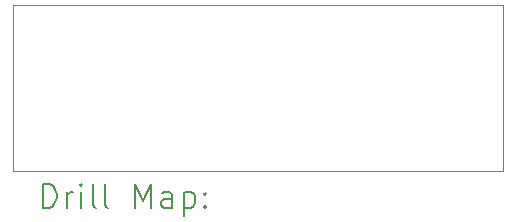
<source format=gbr>
%TF.GenerationSoftware,KiCad,Pcbnew,8.0.0*%
%TF.CreationDate,2024-04-12T16:45:46+09:00*%
%TF.ProjectId,putter,70757474-6572-42e6-9b69-6361645f7063,rev?*%
%TF.SameCoordinates,Original*%
%TF.FileFunction,Drillmap*%
%TF.FilePolarity,Positive*%
%FSLAX45Y45*%
G04 Gerber Fmt 4.5, Leading zero omitted, Abs format (unit mm)*
G04 Created by KiCad (PCBNEW 8.0.0) date 2024-04-12 16:45:46*
%MOMM*%
%LPD*%
G01*
G04 APERTURE LIST*
%ADD10C,0.050000*%
%ADD11C,0.200000*%
G04 APERTURE END LIST*
D10*
X9550000Y-6000000D02*
X13700000Y-6000000D01*
X13700000Y-7400000D01*
X9550000Y-7400000D01*
X9550000Y-6000000D01*
D11*
X9808277Y-7713984D02*
X9808277Y-7513984D01*
X9808277Y-7513984D02*
X9855896Y-7513984D01*
X9855896Y-7513984D02*
X9884467Y-7523508D01*
X9884467Y-7523508D02*
X9903515Y-7542555D01*
X9903515Y-7542555D02*
X9913039Y-7561603D01*
X9913039Y-7561603D02*
X9922563Y-7599698D01*
X9922563Y-7599698D02*
X9922563Y-7628269D01*
X9922563Y-7628269D02*
X9913039Y-7666365D01*
X9913039Y-7666365D02*
X9903515Y-7685412D01*
X9903515Y-7685412D02*
X9884467Y-7704460D01*
X9884467Y-7704460D02*
X9855896Y-7713984D01*
X9855896Y-7713984D02*
X9808277Y-7713984D01*
X10008277Y-7713984D02*
X10008277Y-7580650D01*
X10008277Y-7618746D02*
X10017801Y-7599698D01*
X10017801Y-7599698D02*
X10027324Y-7590174D01*
X10027324Y-7590174D02*
X10046372Y-7580650D01*
X10046372Y-7580650D02*
X10065420Y-7580650D01*
X10132086Y-7713984D02*
X10132086Y-7580650D01*
X10132086Y-7513984D02*
X10122563Y-7523508D01*
X10122563Y-7523508D02*
X10132086Y-7533031D01*
X10132086Y-7533031D02*
X10141610Y-7523508D01*
X10141610Y-7523508D02*
X10132086Y-7513984D01*
X10132086Y-7513984D02*
X10132086Y-7533031D01*
X10255896Y-7713984D02*
X10236848Y-7704460D01*
X10236848Y-7704460D02*
X10227324Y-7685412D01*
X10227324Y-7685412D02*
X10227324Y-7513984D01*
X10360658Y-7713984D02*
X10341610Y-7704460D01*
X10341610Y-7704460D02*
X10332086Y-7685412D01*
X10332086Y-7685412D02*
X10332086Y-7513984D01*
X10589229Y-7713984D02*
X10589229Y-7513984D01*
X10589229Y-7513984D02*
X10655896Y-7656841D01*
X10655896Y-7656841D02*
X10722563Y-7513984D01*
X10722563Y-7513984D02*
X10722563Y-7713984D01*
X10903515Y-7713984D02*
X10903515Y-7609222D01*
X10903515Y-7609222D02*
X10893991Y-7590174D01*
X10893991Y-7590174D02*
X10874944Y-7580650D01*
X10874944Y-7580650D02*
X10836848Y-7580650D01*
X10836848Y-7580650D02*
X10817801Y-7590174D01*
X10903515Y-7704460D02*
X10884467Y-7713984D01*
X10884467Y-7713984D02*
X10836848Y-7713984D01*
X10836848Y-7713984D02*
X10817801Y-7704460D01*
X10817801Y-7704460D02*
X10808277Y-7685412D01*
X10808277Y-7685412D02*
X10808277Y-7666365D01*
X10808277Y-7666365D02*
X10817801Y-7647317D01*
X10817801Y-7647317D02*
X10836848Y-7637793D01*
X10836848Y-7637793D02*
X10884467Y-7637793D01*
X10884467Y-7637793D02*
X10903515Y-7628269D01*
X10998753Y-7580650D02*
X10998753Y-7780650D01*
X10998753Y-7590174D02*
X11017801Y-7580650D01*
X11017801Y-7580650D02*
X11055896Y-7580650D01*
X11055896Y-7580650D02*
X11074944Y-7590174D01*
X11074944Y-7590174D02*
X11084467Y-7599698D01*
X11084467Y-7599698D02*
X11093991Y-7618746D01*
X11093991Y-7618746D02*
X11093991Y-7675888D01*
X11093991Y-7675888D02*
X11084467Y-7694936D01*
X11084467Y-7694936D02*
X11074944Y-7704460D01*
X11074944Y-7704460D02*
X11055896Y-7713984D01*
X11055896Y-7713984D02*
X11017801Y-7713984D01*
X11017801Y-7713984D02*
X10998753Y-7704460D01*
X11179705Y-7694936D02*
X11189229Y-7704460D01*
X11189229Y-7704460D02*
X11179705Y-7713984D01*
X11179705Y-7713984D02*
X11170182Y-7704460D01*
X11170182Y-7704460D02*
X11179705Y-7694936D01*
X11179705Y-7694936D02*
X11179705Y-7713984D01*
X11179705Y-7590174D02*
X11189229Y-7599698D01*
X11189229Y-7599698D02*
X11179705Y-7609222D01*
X11179705Y-7609222D02*
X11170182Y-7599698D01*
X11170182Y-7599698D02*
X11179705Y-7590174D01*
X11179705Y-7590174D02*
X11179705Y-7609222D01*
M02*

</source>
